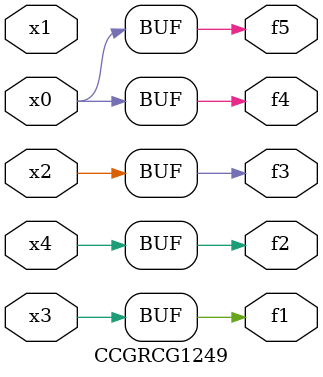
<source format=v>
module CCGRCG1249(
	input x0, x1, x2, x3, x4,
	output f1, f2, f3, f4, f5
);
	assign f1 = x3;
	assign f2 = x4;
	assign f3 = x2;
	assign f4 = x0;
	assign f5 = x0;
endmodule

</source>
